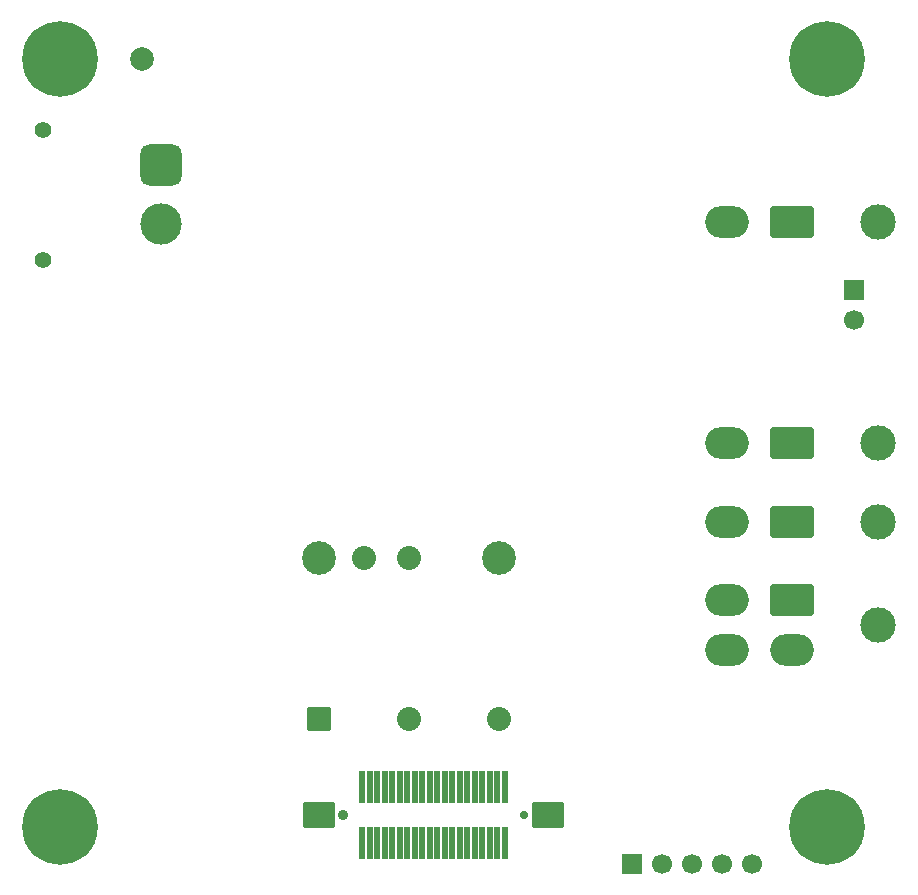
<source format=gbr>
%TF.GenerationSoftware,KiCad,Pcbnew,9.0.6*%
%TF.CreationDate,2026-01-12T10:20:26-08:00*%
%TF.ProjectId,vrb,7672622e-6b69-4636-9164-5f7063625858,rev?*%
%TF.SameCoordinates,Original*%
%TF.FileFunction,Soldermask,Bot*%
%TF.FilePolarity,Negative*%
%FSLAX46Y46*%
G04 Gerber Fmt 4.6, Leading zero omitted, Abs format (unit mm)*
G04 Created by KiCad (PCBNEW 9.0.6) date 2026-01-12 10:20:26*
%MOMM*%
%LPD*%
G01*
G04 APERTURE LIST*
G04 Aperture macros list*
%AMRoundRect*
0 Rectangle with rounded corners*
0 $1 Rounding radius*
0 $2 $3 $4 $5 $6 $7 $8 $9 X,Y pos of 4 corners*
0 Add a 4 corners polygon primitive as box body*
4,1,4,$2,$3,$4,$5,$6,$7,$8,$9,$2,$3,0*
0 Add four circle primitives for the rounded corners*
1,1,$1+$1,$2,$3*
1,1,$1+$1,$4,$5*
1,1,$1+$1,$6,$7*
1,1,$1+$1,$8,$9*
0 Add four rect primitives between the rounded corners*
20,1,$1+$1,$2,$3,$4,$5,0*
20,1,$1+$1,$4,$5,$6,$7,0*
20,1,$1+$1,$6,$7,$8,$9,0*
20,1,$1+$1,$8,$9,$2,$3,0*%
G04 Aperture macros list end*
%ADD10C,2.000000*%
%ADD11C,0.800000*%
%ADD12C,6.400000*%
%ADD13C,3.000000*%
%ADD14RoundRect,0.250001X-1.599999X1.099999X-1.599999X-1.099999X1.599999X-1.099999X1.599999X1.099999X0*%
%ADD15O,3.700000X2.700000*%
%ADD16R,1.700000X1.700000*%
%ADD17C,1.700000*%
%ADD18RoundRect,0.102000X0.915000X-0.915000X0.915000X0.915000X-0.915000X0.915000X-0.915000X-0.915000X0*%
%ADD19C,2.034000*%
%ADD20C,2.859000*%
%ADD21C,1.400000*%
%ADD22RoundRect,0.770000X0.980000X-0.980000X0.980000X0.980000X-0.980000X0.980000X-0.980000X-0.980000X0*%
%ADD23C,3.500000*%
%ADD24C,0.889000*%
%ADD25C,0.711200*%
%ADD26RoundRect,0.102000X-0.175000X-1.250000X0.175000X-1.250000X0.175000X1.250000X-0.175000X1.250000X0*%
%ADD27RoundRect,0.102000X-1.250000X-1.000000X1.250000X-1.000000X1.250000X1.000000X-1.250000X1.000000X0*%
G04 APERTURE END LIST*
D10*
%TO.C,TP12*%
X85000000Y-65000000D03*
%TD*%
D11*
%TO.C,H3*%
X140600000Y-130000000D03*
X141302944Y-128302944D03*
X141302944Y-131697056D03*
X143000000Y-127600000D03*
D12*
X143000000Y-130000000D03*
D11*
X143000000Y-132400000D03*
X144697056Y-128302944D03*
X144697056Y-131697056D03*
X145400000Y-130000000D03*
%TD*%
D13*
%TO.C,J4*%
X147300000Y-78800000D03*
D14*
X140000000Y-78800000D03*
D15*
X134500000Y-78800000D03*
%TD*%
D13*
%TO.C,J10*%
X147300000Y-112919758D03*
D14*
X140000000Y-110819758D03*
D15*
X140000000Y-115019758D03*
X134500000Y-110819758D03*
X134500000Y-115019758D03*
%TD*%
D13*
%TO.C,J13*%
X147300000Y-104200000D03*
D14*
X140000000Y-104200000D03*
D15*
X134500000Y-104200000D03*
%TD*%
D11*
%TO.C,H1*%
X75600000Y-65000000D03*
X76302944Y-63302944D03*
X76302944Y-66697056D03*
X78000000Y-62600000D03*
D12*
X78000000Y-65000000D03*
D11*
X78000000Y-67400000D03*
X79697056Y-63302944D03*
X79697056Y-66697056D03*
X80400000Y-65000000D03*
%TD*%
D13*
%TO.C,J3*%
X147300000Y-97450000D03*
D14*
X140000000Y-97450000D03*
D15*
X134500000Y-97450000D03*
%TD*%
D16*
%TO.C,J8*%
X126420000Y-133100000D03*
D17*
X128960000Y-133100000D03*
X131500000Y-133100000D03*
X134040000Y-133100000D03*
X136580000Y-133100000D03*
%TD*%
D11*
%TO.C,H2*%
X140600000Y-65000000D03*
X141302944Y-63302944D03*
X141302944Y-66697056D03*
X143000000Y-62600000D03*
D12*
X143000000Y-65000000D03*
D11*
X143000000Y-67400000D03*
X144697056Y-63302944D03*
X144697056Y-66697056D03*
X145400000Y-65000000D03*
%TD*%
D16*
%TO.C,J14*%
X145250000Y-84500000D03*
D17*
X145250000Y-87040000D03*
%TD*%
D18*
%TO.C,U12*%
X99931474Y-120850000D03*
D19*
X107551474Y-120850000D03*
X115171474Y-120850000D03*
D20*
X115171474Y-107250000D03*
D19*
X107551474Y-107250000D03*
X103741474Y-107250000D03*
D20*
X99931474Y-107250000D03*
%TD*%
D21*
%TO.C,J11*%
X76600000Y-81976750D03*
X76600000Y-70976750D03*
D22*
X86600000Y-73976750D03*
D23*
X86600000Y-78976750D03*
%TD*%
D11*
%TO.C,H4*%
X75600000Y-130000000D03*
X76302944Y-128302944D03*
X76302944Y-131697056D03*
X78000000Y-127600000D03*
D12*
X78000000Y-130000000D03*
D11*
X78000000Y-132400000D03*
X79697056Y-128302944D03*
X79697056Y-131697056D03*
X80400000Y-130000000D03*
%TD*%
D24*
%TO.C,J12*%
X101954910Y-129000000D03*
D25*
X117347310Y-129000000D03*
D26*
X103618610Y-126650000D03*
X104253610Y-126650000D03*
X104888610Y-126650000D03*
X105523610Y-126650000D03*
X106158610Y-126650000D03*
X106793610Y-126650000D03*
X107428610Y-126650000D03*
X108063610Y-126650000D03*
X108698610Y-126650000D03*
X109333610Y-126650000D03*
X109968610Y-126650000D03*
X110603610Y-126650000D03*
X111238610Y-126650000D03*
X111873610Y-126650000D03*
X112508610Y-126650000D03*
X113143610Y-126650000D03*
X113778610Y-126650000D03*
X114413610Y-126650000D03*
X115048610Y-126650000D03*
X115683610Y-126650000D03*
X103618610Y-131350000D03*
X104253610Y-131350000D03*
X104888610Y-131350000D03*
X105523610Y-131350000D03*
X106158610Y-131350000D03*
X106793610Y-131350000D03*
X107428610Y-131350000D03*
X108063610Y-131350000D03*
X108698610Y-131350000D03*
X109333610Y-131350000D03*
X109968610Y-131350000D03*
X110603610Y-131350000D03*
X111238610Y-131350000D03*
X111873610Y-131350000D03*
X112508610Y-131350000D03*
X113143610Y-131350000D03*
X113778610Y-131350000D03*
X114413610Y-131350000D03*
X115048610Y-131350000D03*
X115683610Y-131350000D03*
D27*
X99916130Y-129000000D03*
X119386090Y-129000000D03*
%TD*%
M02*

</source>
